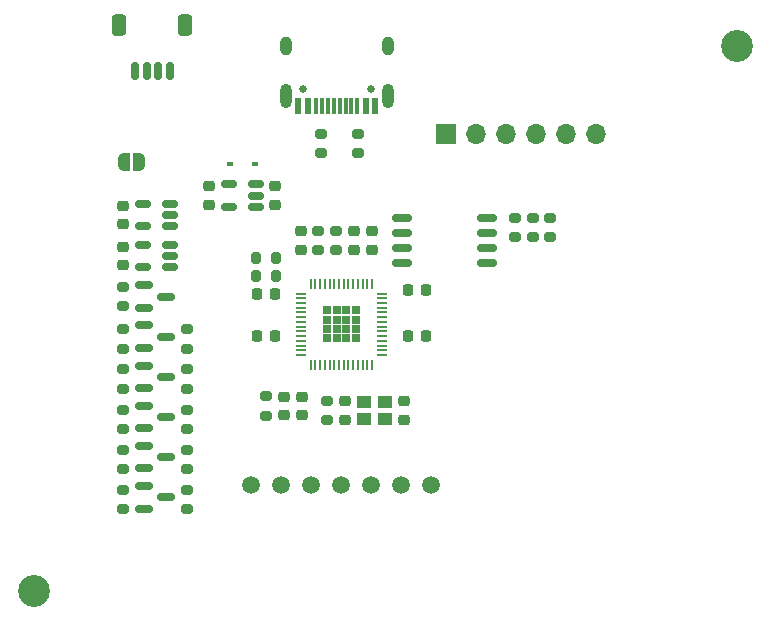
<source format=gbs>
G04 #@! TF.GenerationSoftware,KiCad,Pcbnew,9.0.0*
G04 #@! TF.CreationDate,2025-04-02T18:41:46+03:00*
G04 #@! TF.ProjectId,bbq20_keyboard,62627132-305f-46b6-9579-626f6172642e,2*
G04 #@! TF.SameCoordinates,Original*
G04 #@! TF.FileFunction,Soldermask,Bot*
G04 #@! TF.FilePolarity,Negative*
%FSLAX46Y46*%
G04 Gerber Fmt 4.6, Leading zero omitted, Abs format (unit mm)*
G04 Created by KiCad (PCBNEW 9.0.0) date 2025-04-02 18:41:46*
%MOMM*%
%LPD*%
G01*
G04 APERTURE LIST*
G04 Aperture macros list*
%AMRoundRect*
0 Rectangle with rounded corners*
0 $1 Rounding radius*
0 $2 $3 $4 $5 $6 $7 $8 $9 X,Y pos of 4 corners*
0 Add a 4 corners polygon primitive as box body*
4,1,4,$2,$3,$4,$5,$6,$7,$8,$9,$2,$3,0*
0 Add four circle primitives for the rounded corners*
1,1,$1+$1,$2,$3*
1,1,$1+$1,$4,$5*
1,1,$1+$1,$6,$7*
1,1,$1+$1,$8,$9*
0 Add four rect primitives between the rounded corners*
20,1,$1+$1,$2,$3,$4,$5,0*
20,1,$1+$1,$4,$5,$6,$7,0*
20,1,$1+$1,$6,$7,$8,$9,0*
20,1,$1+$1,$8,$9,$2,$3,0*%
%AMFreePoly0*
4,1,23,0.500000,-0.750000,0.000000,-0.750000,0.000000,-0.745722,-0.065263,-0.745722,-0.191342,-0.711940,-0.304381,-0.646677,-0.396677,-0.554381,-0.461940,-0.441342,-0.495722,-0.315263,-0.495722,-0.250000,-0.500000,-0.250000,-0.500000,0.250000,-0.495722,0.250000,-0.495722,0.315263,-0.461940,0.441342,-0.396677,0.554381,-0.304381,0.646677,-0.191342,0.711940,-0.065263,0.745722,0.000000,0.745722,
0.000000,0.750000,0.500000,0.750000,0.500000,-0.750000,0.500000,-0.750000,$1*%
%AMFreePoly1*
4,1,23,0.000000,0.745722,0.065263,0.745722,0.191342,0.711940,0.304381,0.646677,0.396677,0.554381,0.461940,0.441342,0.495722,0.315263,0.495722,0.250000,0.500000,0.250000,0.500000,-0.250000,0.495722,-0.250000,0.495722,-0.315263,0.461940,-0.441342,0.396677,-0.554381,0.304381,-0.646677,0.191342,-0.711940,0.065263,-0.745722,0.000000,-0.745722,0.000000,-0.750000,-0.500000,-0.750000,
-0.500000,0.750000,0.000000,0.750000,0.000000,0.745722,0.000000,0.745722,$1*%
G04 Aperture macros list end*
%ADD10RoundRect,0.200000X0.275000X-0.200000X0.275000X0.200000X-0.275000X0.200000X-0.275000X-0.200000X0*%
%ADD11RoundRect,0.225000X-0.250000X0.225000X-0.250000X-0.225000X0.250000X-0.225000X0.250000X0.225000X0*%
%ADD12C,2.700000*%
%ADD13RoundRect,0.200000X-0.275000X0.200000X-0.275000X-0.200000X0.275000X-0.200000X0.275000X0.200000X0*%
%ADD14C,1.500000*%
%ADD15RoundRect,0.150000X-0.587500X-0.150000X0.587500X-0.150000X0.587500X0.150000X-0.587500X0.150000X0*%
%ADD16RoundRect,0.200000X-0.200000X-0.275000X0.200000X-0.275000X0.200000X0.275000X-0.200000X0.275000X0*%
%ADD17RoundRect,0.225000X0.250000X-0.225000X0.250000X0.225000X-0.250000X0.225000X-0.250000X-0.225000X0*%
%ADD18RoundRect,0.225000X-0.225000X-0.250000X0.225000X-0.250000X0.225000X0.250000X-0.225000X0.250000X0*%
%ADD19RoundRect,0.150000X0.712500X0.150000X-0.712500X0.150000X-0.712500X-0.150000X0.712500X-0.150000X0*%
%ADD20O,0.875000X0.200000*%
%ADD21O,0.200000X0.875000*%
%ADD22R,0.800000X0.800000*%
%ADD23RoundRect,0.200000X0.200000X0.275000X-0.200000X0.275000X-0.200000X-0.275000X0.200000X-0.275000X0*%
%ADD24RoundRect,0.150000X0.512500X0.150000X-0.512500X0.150000X-0.512500X-0.150000X0.512500X-0.150000X0*%
%ADD25RoundRect,0.150000X-0.150000X-0.625000X0.150000X-0.625000X0.150000X0.625000X-0.150000X0.625000X0*%
%ADD26RoundRect,0.250000X-0.350000X-0.650000X0.350000X-0.650000X0.350000X0.650000X-0.350000X0.650000X0*%
%ADD27R,0.600000X0.450000*%
%ADD28RoundRect,0.225000X0.225000X0.250000X-0.225000X0.250000X-0.225000X-0.250000X0.225000X-0.250000X0*%
%ADD29R,1.700000X1.700000*%
%ADD30O,1.700000X1.700000*%
%ADD31FreePoly0,180.000000*%
%ADD32FreePoly1,180.000000*%
%ADD33C,0.650000*%
%ADD34R,0.600000X1.450000*%
%ADD35R,0.300000X1.450000*%
%ADD36O,1.000000X1.600000*%
%ADD37O,1.000000X2.100000*%
%ADD38R,1.150000X1.000000*%
G04 APERTURE END LIST*
D10*
G04 #@! TO.C,R5*
X146250002Y-90325000D03*
X146250002Y-88675000D03*
G04 #@! TD*
D11*
G04 #@! TO.C,C15*
X129750000Y-86575000D03*
X129750000Y-88125000D03*
G04 #@! TD*
D12*
G04 #@! TO.C,H2*
X122200000Y-119200000D03*
G04 #@! TD*
D13*
G04 #@! TO.C,R11*
X129737500Y-100425001D03*
X129737500Y-102075001D03*
G04 #@! TD*
G04 #@! TO.C,R21*
X165900000Y-87575000D03*
X165900000Y-89225000D03*
G04 #@! TD*
D14*
G04 #@! TO.C,TP7*
X140580000Y-110225000D03*
G04 #@! TD*
D15*
G04 #@! TO.C,Q4*
X131500000Y-95200000D03*
X131500000Y-93300000D03*
X133375000Y-94250000D03*
G04 #@! TD*
D13*
G04 #@! TO.C,R15*
X129737500Y-107225000D03*
X129737500Y-108875000D03*
G04 #@! TD*
D15*
G04 #@! TO.C,Q3*
X131500000Y-105400001D03*
X131500000Y-103500001D03*
X133375000Y-104450001D03*
G04 #@! TD*
D10*
G04 #@! TO.C,R17*
X135137500Y-112275001D03*
X135137500Y-110625001D03*
G04 #@! TD*
D16*
G04 #@! TO.C,R19*
X140975000Y-92500000D03*
X142625000Y-92500000D03*
G04 #@! TD*
D17*
G04 #@! TO.C,C8*
X150750002Y-90275000D03*
X150750002Y-88725000D03*
G04 #@! TD*
D11*
G04 #@! TO.C,C10*
X142600000Y-84925000D03*
X142600000Y-86475000D03*
G04 #@! TD*
D15*
G04 #@! TO.C,Q1*
X131500000Y-98600000D03*
X131500000Y-96700000D03*
X133375000Y-97650000D03*
G04 #@! TD*
D17*
G04 #@! TO.C,C12*
X153500000Y-104675000D03*
X153500000Y-103125000D03*
G04 #@! TD*
D14*
G04 #@! TO.C,TP4*
X148200000Y-110225000D03*
G04 #@! TD*
D18*
G04 #@! TO.C,C2*
X153825000Y-97600000D03*
X155375000Y-97600000D03*
G04 #@! TD*
D10*
G04 #@! TO.C,R16*
X129737500Y-95050001D03*
X129737500Y-93400001D03*
G04 #@! TD*
D15*
G04 #@! TO.C,Q5*
X131500000Y-108800001D03*
X131500000Y-106900001D03*
X133375000Y-107850001D03*
G04 #@! TD*
D19*
G04 #@! TO.C,U3*
X160536250Y-87590000D03*
X160536250Y-88860000D03*
X160536250Y-90130000D03*
X160536250Y-91400000D03*
X153311250Y-91400000D03*
X153311250Y-90130000D03*
X153311250Y-88860000D03*
X153311250Y-87590000D03*
G04 #@! TD*
D14*
G04 #@! TO.C,TP1*
X145660000Y-110225000D03*
G04 #@! TD*
G04 #@! TO.C,TP5*
X150740000Y-110225000D03*
G04 #@! TD*
D20*
G04 #@! TO.C,U1*
X151637500Y-94000000D03*
X151637500Y-94400000D03*
X151637500Y-94800000D03*
X151637500Y-95200000D03*
X151637500Y-95600000D03*
X151637500Y-96000000D03*
X151637500Y-96400000D03*
X151637500Y-96800000D03*
X151637500Y-97200000D03*
X151637500Y-97600000D03*
X151637500Y-98000000D03*
X151637500Y-98400000D03*
X151637500Y-98800000D03*
X151637500Y-99200000D03*
D21*
X150800000Y-100037500D03*
X150400000Y-100037500D03*
X150000000Y-100037500D03*
X149600000Y-100037500D03*
X149200000Y-100037500D03*
X148800000Y-100037500D03*
X148400000Y-100037500D03*
X148000000Y-100037500D03*
X147600000Y-100037500D03*
X147200000Y-100037500D03*
X146800000Y-100037500D03*
X146400000Y-100037500D03*
X146000000Y-100037500D03*
X145600000Y-100037500D03*
D20*
X144762500Y-99200000D03*
X144762500Y-98800000D03*
X144762500Y-98400000D03*
X144762500Y-98000000D03*
X144762500Y-97600000D03*
X144762500Y-97200000D03*
X144762500Y-96800000D03*
X144762500Y-96400000D03*
X144762500Y-96000000D03*
X144762500Y-95600000D03*
X144762500Y-95200000D03*
X144762500Y-94800000D03*
X144762500Y-94400000D03*
X144762500Y-94000000D03*
D21*
X145600000Y-93162500D03*
X146000000Y-93162500D03*
X146400000Y-93162500D03*
X146800000Y-93162500D03*
X147200000Y-93162500D03*
X147600000Y-93162500D03*
X148000000Y-93162500D03*
X148400000Y-93162500D03*
X148800000Y-93162500D03*
X149200000Y-93162500D03*
X149600000Y-93162500D03*
X150000000Y-93162500D03*
X150400000Y-93162500D03*
X150800000Y-93162500D03*
D22*
X149400000Y-97800000D03*
X149400000Y-97000000D03*
X149400000Y-96200000D03*
X149400000Y-95400000D03*
X148600000Y-97800000D03*
X148600000Y-97000000D03*
X148600000Y-96200000D03*
X148600000Y-95400000D03*
X147800000Y-97800000D03*
X147800000Y-97000000D03*
X147800000Y-96200000D03*
X147800000Y-95400000D03*
X147000000Y-97800000D03*
X147000000Y-97000000D03*
X147000000Y-96200000D03*
X147000000Y-95400000D03*
G04 #@! TD*
D11*
G04 #@! TO.C,C13*
X148500000Y-103124999D03*
X148500000Y-104674999D03*
G04 #@! TD*
D10*
G04 #@! TO.C,R8*
X135137500Y-98675000D03*
X135137500Y-97025000D03*
G04 #@! TD*
D23*
G04 #@! TO.C,R20*
X142625000Y-91000000D03*
X140975000Y-91000000D03*
G04 #@! TD*
D13*
G04 #@! TO.C,R22*
X147000000Y-103075000D03*
X147000000Y-104725000D03*
G04 #@! TD*
D11*
G04 #@! TO.C,C7*
X143324999Y-102725481D03*
X143324999Y-104275481D03*
G04 #@! TD*
D13*
G04 #@! TO.C,R18*
X129737500Y-110625001D03*
X129737500Y-112275001D03*
G04 #@! TD*
D24*
G04 #@! TO.C,U5*
X133687500Y-89850000D03*
X133687500Y-90800000D03*
X133687500Y-91750000D03*
X131412500Y-91750000D03*
X131412500Y-89850000D03*
G04 #@! TD*
D10*
G04 #@! TO.C,R12*
X135137500Y-105475001D03*
X135137500Y-103825001D03*
G04 #@! TD*
D11*
G04 #@! TO.C,C3*
X144824999Y-102725481D03*
X144824999Y-104275481D03*
G04 #@! TD*
D14*
G04 #@! TO.C,TP6*
X155820000Y-110225000D03*
G04 #@! TD*
D12*
G04 #@! TO.C,H1*
X181700000Y-73000000D03*
G04 #@! TD*
D24*
G04 #@! TO.C,U2*
X140937500Y-84750000D03*
X140937500Y-85700000D03*
X140937500Y-86650000D03*
X138662500Y-86650000D03*
X138662500Y-84750000D03*
G04 #@! TD*
D10*
G04 #@! TO.C,R4*
X141824999Y-104325481D03*
X141824999Y-102675481D03*
G04 #@! TD*
D18*
G04 #@! TO.C,C1*
X153825000Y-93700000D03*
X155375000Y-93700000D03*
G04 #@! TD*
D25*
G04 #@! TO.C,J1*
X130700000Y-75150000D03*
X131700000Y-75150000D03*
X132700000Y-75150000D03*
X133700000Y-75150000D03*
D26*
X129400000Y-71275000D03*
X135000000Y-71275000D03*
G04 #@! TD*
D10*
G04 #@! TO.C,R6*
X147750000Y-90325000D03*
X147750000Y-88675000D03*
G04 #@! TD*
D17*
G04 #@! TO.C,C11*
X136962499Y-86475000D03*
X136962499Y-84925000D03*
G04 #@! TD*
D10*
G04 #@! TO.C,R7*
X162900000Y-89225000D03*
X162900000Y-87575000D03*
G04 #@! TD*
D27*
G04 #@! TO.C,D1*
X140850000Y-83000000D03*
X138750000Y-83000000D03*
G04 #@! TD*
D17*
G04 #@! TO.C,C6*
X149250002Y-90275000D03*
X149250002Y-88725000D03*
G04 #@! TD*
D28*
G04 #@! TO.C,C4*
X142575000Y-97600000D03*
X141025000Y-97600000D03*
G04 #@! TD*
D11*
G04 #@! TO.C,C14*
X129750000Y-90025000D03*
X129750000Y-91575000D03*
G04 #@! TD*
D29*
G04 #@! TO.C,J2*
X157050000Y-80475000D03*
D30*
X159590000Y-80475000D03*
X162130000Y-80475000D03*
X164670000Y-80475000D03*
X167210000Y-80475000D03*
X169750000Y-80475000D03*
G04 #@! TD*
D10*
G04 #@! TO.C,R1*
X146500000Y-82125000D03*
X146500000Y-80475000D03*
G04 #@! TD*
D31*
G04 #@! TO.C,JP1*
X131100000Y-82900000D03*
D32*
X129800000Y-82900000D03*
G04 #@! TD*
D33*
G04 #@! TO.C,J3*
X144910000Y-76700000D03*
X150690000Y-76700000D03*
D34*
X144550000Y-78145000D03*
X145350000Y-78145000D03*
D35*
X146550000Y-78145000D03*
X147550000Y-78145000D03*
X148050000Y-78145000D03*
X149050000Y-78145000D03*
D34*
X150250000Y-78145000D03*
X151050000Y-78145000D03*
X151050000Y-78145000D03*
X150250000Y-78145000D03*
D35*
X149550000Y-78145000D03*
X148550000Y-78145000D03*
X147050000Y-78145000D03*
X146050000Y-78145000D03*
D34*
X145350000Y-78145000D03*
X144550000Y-78145000D03*
D36*
X143480000Y-73050000D03*
D37*
X143480000Y-77230000D03*
D36*
X152120000Y-73050000D03*
D37*
X152120000Y-77230000D03*
G04 #@! TD*
D38*
G04 #@! TO.C,Y1*
X150125000Y-103200000D03*
X151875000Y-103200000D03*
X151875000Y-104600000D03*
X150125000Y-104600000D03*
G04 #@! TD*
D15*
G04 #@! TO.C,Q2*
X131500000Y-102000001D03*
X131500000Y-100100001D03*
X133375000Y-101050001D03*
G04 #@! TD*
D13*
G04 #@! TO.C,R13*
X129737500Y-103825001D03*
X129737500Y-105475001D03*
G04 #@! TD*
D10*
G04 #@! TO.C,R14*
X135137500Y-108875000D03*
X135137500Y-107225000D03*
G04 #@! TD*
G04 #@! TO.C,R2*
X149600000Y-82125000D03*
X149600000Y-80475000D03*
G04 #@! TD*
G04 #@! TO.C,R3*
X164400000Y-89220000D03*
X164400000Y-87570000D03*
G04 #@! TD*
D28*
G04 #@! TO.C,C5*
X142575000Y-94000000D03*
X141025000Y-94000000D03*
G04 #@! TD*
D15*
G04 #@! TO.C,Q6*
X131500000Y-112200001D03*
X131500000Y-110300001D03*
X133375000Y-111250001D03*
G04 #@! TD*
D14*
G04 #@! TO.C,TP3*
X153279999Y-110225000D03*
G04 #@! TD*
G04 #@! TO.C,TP2*
X143120000Y-110225000D03*
G04 #@! TD*
D24*
G04 #@! TO.C,U6*
X133687500Y-86400000D03*
X133687500Y-87350000D03*
X133687500Y-88300000D03*
X131412500Y-88300000D03*
X131412500Y-86400000D03*
G04 #@! TD*
D17*
G04 #@! TO.C,C9*
X144750002Y-90275000D03*
X144750002Y-88725000D03*
G04 #@! TD*
D10*
G04 #@! TO.C,R10*
X135137500Y-102075001D03*
X135137500Y-100425001D03*
G04 #@! TD*
D13*
G04 #@! TO.C,R9*
X129737500Y-97025000D03*
X129737500Y-98675000D03*
G04 #@! TD*
M02*

</source>
